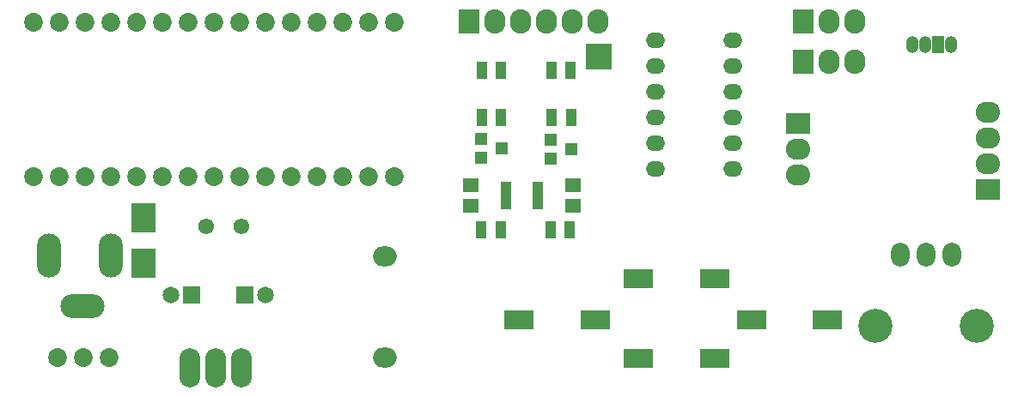
<source format=gts>
G04 #@! TF.FileFunction,Soldermask,Top*
%FSLAX46Y46*%
G04 Gerber Fmt 4.6, Leading zero omitted, Abs format (unit mm)*
G04 Created by KiCad (PCBNEW 4.1.0-alpha+201607281302+6996~46~ubuntu14.04.1-product) date Thu Aug  4 14:53:24 2016*
%MOMM*%
%LPD*%
G01*
G04 APERTURE LIST*
%ADD10C,0.100000*%
%ADD11R,2.387600X2.082800*%
%ADD12O,2.387600X2.082800*%
%ADD13R,1.005600X0.655600*%
%ADD14O,1.879600X1.555600*%
%ADD15O,1.855600X2.355600*%
%ADD16C,3.355600*%
%ADD17O,2.355600X1.955600*%
%ADD18O,2.355600X4.355600*%
%ADD19O,4.355600X2.355600*%
%ADD20O,1.255600X1.655600*%
%ADD21R,1.255600X1.655600*%
%ADD22R,1.655600X1.655600*%
%ADD23C,1.655600*%
%ADD24R,1.605600X1.355600*%
%ADD25R,2.590800X2.590800*%
%ADD26R,2.082800X2.387600*%
%ADD27O,2.082800X2.387600*%
%ADD28R,1.155700X1.155700*%
%ADD29R,1.055600X1.655600*%
%ADD30R,2.855600X1.955600*%
%ADD31O,2.054860X3.855720*%
%ADD32C,1.855600*%
%ADD33C,1.555600*%
%ADD34R,2.355600X2.855600*%
G04 APERTURE END LIST*
D10*
D11*
X188550000Y-52400000D03*
D12*
X188550000Y-54940000D03*
X188550000Y-57480000D03*
D13*
X159782500Y-58500000D03*
X159782500Y-59000000D03*
X159782500Y-59500000D03*
X159782500Y-60000000D03*
X159782500Y-60500000D03*
X162882500Y-60500000D03*
X162882500Y-60000000D03*
X162882500Y-59500000D03*
X162882500Y-59000000D03*
X162882500Y-58500000D03*
D14*
X174500000Y-44160000D03*
X174500000Y-46700000D03*
X174500000Y-49240000D03*
X174500000Y-51780000D03*
X174500000Y-54320000D03*
X174500000Y-56860000D03*
X182120000Y-44160000D03*
X182120000Y-46700000D03*
X182120000Y-49240000D03*
X182120000Y-51780000D03*
X182120000Y-54320000D03*
X182120000Y-56860000D03*
D15*
X201150000Y-65350000D03*
X203650000Y-65350000D03*
X198650000Y-65350000D03*
D16*
X206150000Y-72350000D03*
X196150000Y-72350000D03*
D17*
X147850000Y-65500000D03*
X147850000Y-75500000D03*
D18*
X120840000Y-65410000D03*
X114690000Y-65410000D03*
D19*
X117990000Y-70410000D03*
D20*
X201050000Y-44550000D03*
D21*
X202320000Y-44550000D03*
D20*
X199780000Y-44550000D03*
X203590000Y-44550000D03*
D22*
X134020000Y-69270000D03*
D23*
X136020000Y-69270000D03*
D22*
X128730000Y-69310000D03*
D23*
X126730000Y-69310000D03*
D24*
X156300000Y-60500000D03*
X156300000Y-58500000D03*
X166350000Y-60500000D03*
X166350000Y-58500000D03*
D25*
X168870000Y-45730000D03*
D26*
X189060000Y-46300000D03*
D27*
X191600000Y-46300000D03*
X194140000Y-46300000D03*
D26*
X189060000Y-42300000D03*
D27*
X191600000Y-42300000D03*
X194140000Y-42300000D03*
D11*
X207260000Y-58880000D03*
D12*
X207260000Y-56340000D03*
X207260000Y-53800000D03*
X207260000Y-51260000D03*
D26*
X156130000Y-42300000D03*
D27*
X158670000Y-42300000D03*
X161210000Y-42300000D03*
X163750000Y-42300000D03*
X166290000Y-42300000D03*
X168830000Y-42300000D03*
D28*
X164149240Y-53960000D03*
X164149240Y-55860000D03*
X166148220Y-54910000D03*
X157299240Y-53860000D03*
X157299240Y-55760000D03*
X159298220Y-54810000D03*
D29*
X159250000Y-47090000D03*
X157350000Y-47090000D03*
X166100000Y-47110000D03*
X164200000Y-47110000D03*
X166050000Y-62900000D03*
X164150000Y-62900000D03*
X157300000Y-62900000D03*
X159200000Y-62900000D03*
X164250000Y-51750000D03*
X166150000Y-51750000D03*
X157340000Y-51750000D03*
X159240000Y-51750000D03*
D30*
X161050000Y-71800000D03*
X168550000Y-71800000D03*
X172780000Y-67680000D03*
X180280000Y-67680000D03*
X172780000Y-75560000D03*
X180280000Y-75560000D03*
X183950000Y-71800000D03*
X191450000Y-71800000D03*
D31*
X131170000Y-76520000D03*
X133710000Y-76520000D03*
X128630000Y-76520000D03*
D32*
X148770000Y-42390000D03*
X146230000Y-42390000D03*
X143690000Y-42390000D03*
X141150000Y-42390000D03*
X138610000Y-42390000D03*
X136070000Y-42390000D03*
X133530000Y-42390000D03*
X130990000Y-42390000D03*
X128450000Y-42390000D03*
X125910000Y-42390000D03*
X123370000Y-42390000D03*
X120830000Y-42390000D03*
X118290000Y-42390000D03*
X115750000Y-42390000D03*
X113210000Y-42390000D03*
X113210000Y-57630000D03*
X115750000Y-57630000D03*
X118290000Y-57630000D03*
X120830000Y-57630000D03*
X123370000Y-57630000D03*
X125910000Y-57630000D03*
X128450000Y-57630000D03*
X130990000Y-57630000D03*
X133530000Y-57630000D03*
X136070000Y-57630000D03*
X138610000Y-57630000D03*
X141150000Y-57630000D03*
X143690000Y-57630000D03*
X146230000Y-57630000D03*
X148770000Y-57630000D03*
D33*
X130230000Y-62550000D03*
X133630000Y-62550000D03*
D32*
X120650000Y-75450000D03*
X118110000Y-75450000D03*
X115570000Y-75450000D03*
D34*
X124050000Y-66180000D03*
X124050000Y-61680000D03*
M02*

</source>
